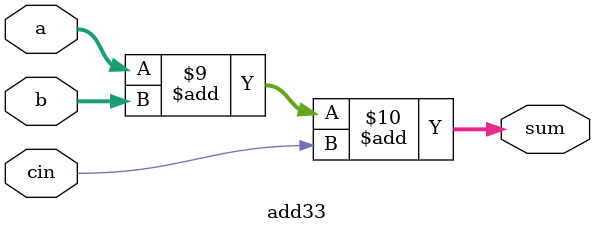
<source format=sv>
`timescale 1ns / 1ps



module dynamic_fpu( 
        input clk,
        input [47:0] a_in,
        input [47:0] b_in,
        input [47:0] c_in,
        input [1:0] mode,
        output reg [47:0] result_out,
        output reg [2:0] over,
        output reg [2:0] under
    );

 
   logic [47:0] a_inr;
   logic [47:0] b_inr;
   logic [47:0] c_inr;
   logic [1:0] mode_r;
   
   always @(posedge clk) begin 
   
   a_inr <=a_in;
   b_inr <= b_in;
   c_inr <= c_in;
   mode_r <= mode;
   
   
   
   end 
    
    // first stage 
    logic [23:0] ma;
    logic [23:0] mb;    
    logic [23:0] mc;
    logic [23:0] e_a;
    logic [23:0] e_b;
    logic [23:0] e_c;
    logic [2:0] s_a;
    logic [2:0] s_b;
    logic [2:0] s_c;
    logic [23:0] mar; 
    logic [23:0] mbr;
    logic [23:0] mcr;
    logic [23:0] e_ar;
    logic [23:0] e_br;
    logic [23:0] e_cr;
    logic [2:0] s_ar;
    logic [2:0] s_br;
    logic [2:0] s_cr;
    //logic [1:0] mode_r1;
    
    // input processing block 
     (*DONT_TOUCH = "YES"*)inpprocessing ip(
       . a_in(a_inr),
       . b_in(b_inr),
       . c_in(c_inr),
       . mode(mode_r),
       . ma(ma), 
       . mb(mb),
       . mc(mc),
       . e_a(e_a),
       . e_b(e_b),
       . e_c(e_c),
       . s_a(s_a),
       . s_b(s_b),
       . s_c(s_c)
       );
     
     /*  
       always @(posedge clk) begin 
       
       mar <= ma;    
       mbr <= mb;    
       mcr <= mc;    
       e_ar <= e_a;
       e_br <= e_b;
       e_cr <= e_c;
       s_ar <= s_a;
       s_br <= s_b;
       s_cr <= s_c;
       mode_r1 <= mode;
       
       end
       */
       
       // second stage variables and blocks 
       logic [47:0] mult_signi;
       logic [26:0] em;
       logic [2:0] sm;
       logic [47:0] mult_signir;
       logic [26:0] emr;
       logic [2:0] smr;
       logic [1:0] mode_r2;
       logic [2:0] s_cr2;
       logic [23:0] e_cr2;
       logic [23:0] mcr2;
       
       

      // multiplier 
       multi #(24) mul(
         .a(ma),
         .b(mb),
         .mo(mode_r),
         .out(mult_signi) // significand multipication result
       );
       
       // exponent addition 
       expo_add exp_addition(
        .e_a(e_a),
        .e_b(e_b),
        .s_a(s_a),
        .s_b(s_b),
        .mode(mode_r),
        .s_m(sm),
        .e_out(em)
       
       );
     
       
       always @(posedge clk) begin 
       emr<= em;
       smr<=sm;
       mult_signir <= mult_signi;
       mode_r2 <= mode_r;
       s_cr2 <= s_c; // buffering the data for next stage 
       e_cr2 <= e_c;
       mcr2  <= mc;
       
       end
       
       // third stage of pipeline
       
       logic [26:0] nemo; // normalised exponent 
       logic [47:0] nsigni; // normalised signigicand
       logic [26:0] nemor;
       logic [47:0] nsignir;
       logic [1:0] mode_r3;
       
       // adder/ sub input/outputs  
       logic [71:0] sig_a;
       logic [71:0] sig_b; // inputs to adder 
       logic [23:0] fexp_a;
       logic [2:0] final_sign;
       logic [2:0] of;
       //logic [2:0] uf;
       
       logic [71:0] sig_ar;
       logic [71:0] sig_br; // inputs to adder 
       logic [23:0] fexp_ar;
       logic [2:0] final_signr;
       logic [2:0] ofr;
       logic [2:0] sub_i;
       assign sub_i = s_cr2 ^ smr;
       logic [2:0] sub_ir;
       
       
       
         norma_mul normalization_multiplier(
                         .data(mult_signir),
                         .mode(mode_r2),
                         .e_m(emr), // so that it can accomodate 3 bf exponents
                         .e_m_o(nemo), // output exponent
                         .data_o(nsigni)
                        );
                        
         align alligner(
                         .exc(e_cr2), // exponent of c 
                         .exm(nemo), // exponent after multiplication 
                         .mm(nsigni), // multiplication output 
                         .mc(mcr2), // third input output 
                         .s_c(s_cr2), // sign  of c 
                         .s_m(smr), // sign after multiplication 
                         .mode(mode_r2),
                         .a(sig_a),
                         .b(sig_b),
                         .fe(fexp_a), // final exponent
                         .fs(final_sign), // final sign 
                         .over(of) // overflow 
                         //.uf(uf) // underflow  
                       );
                        
         always @(posedge clk) begin 
        // nsignir<= nsigni;
         //nemor   <= nemo;
          sig_ar           <= sig_a; // significand 
          sig_br           <= sig_b; 
          fexp_ar          <= fexp_a; // final exponent after comparing the ec and em 
          final_signr      <= final_sign;
          ofr              <= of;
          mode_r3          <= mode_r2;
         // ufr              <= uf;
         sub_ir            <= sub_i;
         
         
         
         end
        // fourth pipeline stage 
        
        logic [74:0] add_data;
        logic [71:0] sub_data;
        
        logic [74:0] add_datar;
        logic [71:0] sub_datar;
       // logic [2:0] sub_i;
        logic [1:0] mode_r4;
        
        logic [2:0]final_sign_4r;
        logic [2:0]ofr_4;
        
        logic [1:0] mode_r4b;
        
        logic [2:0]final_sign_4rb;
        logic [2:0]ofr_4b;
        logic [23:0] fexp_arb;
        
       
      //  reg [74:0] add_datar;
        //reg [71:0] sub_datar;
         adder addsub_multi(
                       .a_in(sig_ar),
                       .b_in(sig_br),
                       .mode(mode_r3),
                       .sub(sub_ir),
                       .add_data(add_data), // 75 bits 
                       .sub_data(sub_data) // 72 bits 
       );
       
       always @(posedge clk) begin 
       final_sign_4rb <= final_signr;
       ofr_4b         <= ofr;
       fexp_arb       <= fexp_ar;
       mode_r4b       <= mode_r3;
       add_datar      <= add_data;
       sub_datar      <= sub_data;
       
       
       
       end
       
       
       
       logic [71:0] ndaa; // normalized data afte addition 
       logic [26:0] neaa; // normalized exp after addition 
       logic [71:0] ndas; // normalized data afte subtraction 
       logic [26:0] neas; // normalized exp after subtraction 
       
       logic [14:0] shamt_l;
       
       
       
       // normalization block after addition 
       norma_add normalize(
                         .data(add_datar),
                         .mode(mode_r4b),
                         .e_m(fexp_arb), // this is coming from exponent alligner block 
                         .e_m_o(neaa), // output exponent of addition
                         .data_o(ndaa) // output
       
           );
        
        //-------------------------------block for leading zero counter 
        lzd leading_zero(
                            .data(sub_datar),
                            .mode(mode_r4b),
                            .count(shamt_l) // output
        );
        
        left_shift normalize_sub(
                            .data(sub_datar),
                            .exp(fexp_arb),
                            .mode(mode_r4b),
                            .count(shamt_l),
                            .expo(neas), // output
                            .datao(ndas) // output
            );
            logic [71:0] round_inp;
            logic [26:0] fexp_i; 
            reg  [71:0] round_inpr;
            reg  [26:0] fexp_ir; // intermediate final exponent

// this module is to select data and pass to next rounding block 
             data_sel data_logic(
               .ndaa(ndaa),
               .ndas(ndas),
               .neaa(neaa),
               .neas(neas),
               .mode(mode_r4b),
               .sign_i(sub_ir),
               .round_data(round_inp), // 72 bits data output for rounder 
               .fexp(fexp_i)                 // 27 bits final expo
);

         always @(posedge clk) begin 
         
                round_inpr <= round_inp;
                fexp_ir    <= fexp_i;
                mode_r4    <= mode_r4b;
                final_sign_4r <= final_sign_4rb;
                ofr_4 <= ofr_4b;
         
         
         end
         
         // fifth pipeline stage 
        
        logic [26:0] r_data; 
        logic [22:0] f_m; // final mantissa after rounding 
        logic [23:0] f_e; // final exponent
        
        
        round rounder(
                    .data(round_inpr), // 72 bits data to round
                    .mo(mode_r4),   // mode 
                    .r_data(r_data) // round data output 27 bits 27 bits is choosen to accomodate 9*3 bits round data for bf 
        );
        
        logic [2:0] uf_norm; // output of final norm block 
        logic [2:0] ov_norm; // output of final norm block 
        
        // final normalisation after rounding 
         norm_final final_norma(
                         .data(r_data), // rounding data 
                         .exp(fexp_ir), 
                         .mode(mode_r4),
                         .f_m(f_m), // final mantissa output reg[22:0]
                         .f_e(f_e),   //output reg [23:0]
                         .uf(uf_norm),
                         .ov(ov_norm)
        
        );

        
        logic [2:0] over_f;
        logic [2:0] under_f;
        logic [47:0] final_out;
        
         outprocess out_processing(
                 .fm(f_m), // final mantissa 
                 .fe(f_e), // final exponent
                 .fs(final_sign_4r), // final sign 
                 .ov1(ofr_4), //overflow due to multiplication 
                 .ov2(ov_norm), // overflow due to addition 
                 .uf(uf_norm),
                 .mode(mode_r4),
                 .over(over_f),
                 .under(under_f),
                 .final_out(final_out)
       );
       
       always @(posedge clk) begin 
       
       over       <= over_f;
       under      <= under_f;
       result_out <= final_out;
       
       
       end
        
     
        

       
      
        
       
endmodule

module inpprocessing(
    input [47:0] a_in,
    input [47:0] b_in,
    input [47:0] c_in,
    input [1:0]  mode,
    output reg [23:0] ma, // mantissa of a 
    output reg [23:0] mb,
    output reg [23:0] mc,
    output reg [23:0] e_a,
    output reg [23:0] e_b,
    output reg [23:0] e_c,
    output reg [2:0] s_a,
    output reg [2:0] s_b,
    output reg [2:0] s_c

);

// variables for mantissa 
logic [23:0] am_sp;
logic [23:0] bm_sp;
logic [23:0] cm_sp;

logic [7:0] am_bf[2:0];
logic [7:0] bm_bf[2:0];
logic [7:0] cm_bf[2:0];

logic [11:0] am_hp[1:0]; // 12 bit for making it compatible with multiplier
logic [11:0] bm_hp[1:0];
logic [11:0] cm_hp[1:0];

logic [11:0] am_tf[1:0];
logic [11:0] bm_tf[1:0];
logic [11:0] cm_tf[1:0];

// variables for exponent

logic [7:0] ae_sp;
logic [7:0] be_sp;
logic [7:0] ce_sp;

logic [7:0] ae_bf[2:0];
logic [7:0] be_bf[2:0];
logic [7:0] ce_bf[2:0];

logic [7:0] ae_hp[1:0]; 
logic [7:0] be_hp[1:0];
logic [7:0] ce_hp[1:0];

logic [7:0] ae_tf[1:0];
logic [7:0] be_tf[1:0];
logic [7:0] ce_tf[1:0];

// variables for sign 

logic  sa_sp;
logic  sb_sp;
logic  sc_sp;

logic  sa_bf[2:0];
logic  sb_bf[2:0];
logic  sc_bf[2:0];

logic  sa_hp[1:0]; 
logic  sb_hp[1:0];
logic  sc_hp[1:0];

logic  sa_tf[1:0];
logic  sb_tf[1:0];
logic  sc_tf[1:0];

// unpacing the mantissas and preappending 1 to msb
assign am_sp = {1'b1,a_in[22:0]}; // preappending the hidden 1 bit to msb
assign bm_sp = {1'b1,b_in[22:0]};
assign cm_sp = {1'b1,c_in[22:0]};

assign am_bf[0] = {1'b1,a_in[6:0]};
assign bm_bf[0] = {1'b1,b_in[6:0]};
assign cm_bf[0] = {1'b1,c_in[6:0]};

assign am_bf[1] = {1'b1,a_in[22:16]};
assign bm_bf[1] = {1'b1,b_in[22:16]};
assign cm_bf[1] = {1'b1,c_in[22:16]};

assign am_bf[2] = {1'b1,a_in[38:32]};
assign bm_bf[2] = {1'b1,b_in[38:32]};
assign cm_bf[2] = {1'b1,c_in[38:32]};

assign am_hp[0] = {1'b0,1'b1,a_in[9:0]};
assign bm_hp[0] = {1'b0,1'b1,b_in[9:0]};
assign cm_hp[0] = {1'b0,1'b1,c_in[9:0]};

assign am_hp[1] = {1'b0,1'b1,a_in[25:16]};
assign bm_hp[1] = {1'b0,1'b1,b_in[25:16]};
assign cm_hp[1] = {1'b0,1'b1,c_in[25:16]};

assign am_tf[0] = {1'b0,1'b1,a_in[9:0]};
assign bm_tf[0] = {1'b0,1'b1,b_in[9:0]};
assign cm_tf[0] = {1'b0,1'b1,c_in[9:0]};

assign am_tf[1] = {1'b0,1'b1,a_in[28:19]};
assign bm_tf[1] = {1'b0,1'b1,b_in[28:19]};
assign cm_tf[1] = {1'b0,1'b1,c_in[28:19]};

// assigning exponents 
assign ae_sp = {a_in[30:23]}; 
assign be_sp = {b_in[30:23]};
assign ce_sp = {c_in[30:23]};

assign ae_bf[0] = {a_in[14:7]};
assign be_bf[0] = {b_in[14:7]};
assign ce_bf[0] = {c_in[14:7]};

assign ae_bf[1] = {a_in[30:23]};
assign be_bf[1] = {b_in[30:23]};
assign ce_bf[1] = {c_in[30:23]};

assign ae_bf[2] = {a_in[46:39]};
assign be_bf[2] = {b_in[46:39]};
assign ce_bf[2] = {c_in[46:39]};

assign ae_hp[0] = {3'b000,a_in[14:10]}; // padding 0 to make it compatable with exponent addition
assign be_hp[0] = {3'b000,b_in[14:10]};
assign ce_hp[0] = {3'b000,c_in[14:10]};

assign ae_hp[1] = {1'b000,a_in[30:26]};
assign be_hp[1] = {1'b000,b_in[30:26]};
assign ce_hp[1] = {1'b000,c_in[30:26]};

assign ae_tf[0] = {a_in[17:10]};
assign be_tf[0] = {b_in[17:10]};
assign ce_tf[0] = {c_in[17:10]};

assign ae_tf[1] = {a_in[36:29]};
assign be_tf[1] = {b_in[36:29]};
assign ce_tf[1] = {c_in[36:29]};

// assign signs 

assign  sa_sp = a_in[31];
assign  sb_sp = b_in[31];
assign  sc_sp = c_in[31];

assign  sa_bf[0] = a_in[15];
assign  sb_bf[0] = b_in[15];
assign  sc_bf[0] = c_in[15];

assign  sa_bf[1] = a_in[31];
assign  sb_bf[1] = b_in[31];
assign  sc_bf[1] = c_in[31];

assign  sa_bf[2] = a_in[47];
assign  sb_bf[2] = b_in[47];
assign  sc_bf[2] = c_in[47];

assign  sa_hp[0] = a_in[15]; 
assign  sb_hp[0] = b_in[15];
assign  sc_hp[0] = c_in[15];

assign  sa_hp[1] = a_in[31]; 
assign  sb_hp[1] = b_in[31];
assign  sc_hp[1] = c_in[31];

assign  sa_tf[0] = a_in[18];
assign  sb_tf[0] = b_in[18];
assign  sc_tf[0] = c_in[18];

assign  sa_tf[1] = a_in[37];
assign  sb_tf[1] = b_in[37];
assign  sc_tf[1] = c_in[37];

always @(*) begin

    case (mode) 

    2'b00: begin
        ma <= {am_bf[2],am_bf[1],am_bf[0]};
        mb <= {bm_bf[2],bm_bf[1],bm_bf[0]};
        mc <= {cm_bf[2],cm_bf[1],cm_bf[0]};
    end
    2'b01: begin
        ma <= {am_hp[1],am_hp[0]};
        mb <= {bm_hp[1],bm_hp[0]};
        mc <= {cm_hp[1],cm_hp[0]};
        
    end

    2'b10: begin
        ma <= {am_tf[1],am_tf[0]};
        mb <= {bm_tf[1],bm_tf[0]};
        mc <= {cm_tf[1],cm_tf[0]}; 

    end

    2'b11: begin 
        ma <= am_sp;
        mb <= bm_sp;
        mc <= cm_sp; 

    end
    endcase

end

always @(*) begin

    case (mode) 

    2'b00: begin
        e_a <= {ae_bf[2],ae_bf[1],ae_bf[0]};
        e_b <= {be_bf[2],be_bf[1],be_bf[0]};
        e_c <= {ce_bf[2],ce_bf[1],ce_bf[0]};
        

    end
    2'b01: begin
        e_a <= {8'b0,ae_hp[1],ae_hp[0]}; 
        e_b <= {8'b0,be_hp[1],be_hp[0]};
        e_c <= {8'b0,ce_hp[1],ce_hp[0]};
        
    end

    2'b10: begin 
        e_a <= {8'b0,ae_tf[1],ae_tf[0]};
        e_b <= {8'b0,be_tf[1],be_tf[0]};
        e_c <= {8'b0,ce_tf[1],ce_tf[0]};

    end

    2'b11: begin 
        e_a <= {16'b0,ae_sp};
        e_b <= {16'b0,be_sp};
        e_c <= {16'b0,ce_sp};

    end
    endcase

end

always @(*) begin

    case (mode) 

    2'b00: begin
        s_a <= {sa_bf[2],sa_bf[1],sa_bf[0]};
        s_b <= {sb_bf[2],sb_bf[1],sb_bf[0]};
        s_c <= {sc_bf[2],sc_bf[1],sc_bf[0]};
        

    end
    2'b01: begin
        s_a <= {1'b0,sa_hp[1],sa_hp[0]};
        s_b <= {1'b0,sb_hp[1],sb_hp[0]};
        s_c <= {1'b0,sc_hp[1],sc_hp[0]};
        
    end

    2'b10: begin 
        s_a <= {1'b0,sa_tf[1],sa_tf[0]};
        s_b <= {1'b0,sb_tf[1],sb_tf[0]};
        s_c <= {1'b0,sc_tf[1],sc_tf[0]};

    end

    2'b11: begin 
        s_a <= {2'b0,sa_sp};
        s_b <= {2'b0,sb_sp};
        s_c <= {2'b0,sc_sp};

    end
    endcase

end


endmodule
module left_shift(
    input [71:0] data,
    input [23:0] exp, // this is output of alligner module 
    input [1:0] mode,
    input [14:0] count,
    output reg[26:0] expo,
    output reg[71:0] datao
);


   // variables for multiplied mantissa 
logic [32:0] tmm_hp[1:0];
logic [23:0] tmm_bf[2:0];
logic [71:0] tmm_sp; // difference  is of 72 bits 

// after the extention to accomodate the right shift 
logic [32:0] nmm_hp[1:0];
logic [23:0] nmm_bf[2:0];
logic [71:0] nmm_sp;

// variables for exponent 
logic [5:0] emm_hp[1:0];
logic [8:0] emm_bf[2:0];
logic [8:0] emm_sp;
logic [4:0] em_hp[1:0];
logic [7:0] em_bf[2:0];
logic [7:0] em_sp;

logic [6:0] count_sp; // count value for single precision
logic [5:0] count_hp [1:0]; // count value for hp and tf 
logic [4:0] count_bf [2:0]; // count value for bf


// assigning values for hp and tf mode 
assign tmm_hp[0] = data[32:0];
assign tmm_hp[1] = data[65:33];

// assigning values for bfloat mode 
assign tmm_bf[0] = data[23:0];
assign tmm_bf[1] = data[47:24];
assign tmm_bf[2] = data[71:48];

// assigning value for sp 
assign tmm_sp = data[71:0];

// unpacking the exponents 

assign em_hp[0] = exp[4:0];
assign em_hp[1] = exp[12:8];

assign em_bf[0] = exp[7:0];
assign em_bf[1] = exp[15:8];
assign em_bf[2] = exp[23:16];

assign em_sp = exp[7:0];

assign count_sp = count[6:0];
assign count_bf[0] = count[4:0];
assign count_bf[1] = count[9:5];
assign count_bf[2] = count[14:10];

assign count_hp[0] = count[5:0];
assign count_hp[1] = count[11:6];

always @(*) begin 

    case(mode) 

    2'b00: begin // bf 
        nmm_bf[0] = tmm_bf[0]<<count_bf[0];
        emm_bf[0] = (em_bf[0]>count_bf[0])? (em_bf[0]-count_bf[0]): 9'b0;
        nmm_bf[1] = tmm_bf[1]<<count_bf[1];
        emm_bf[1] = (em_bf[1]>count_bf[1])? (em_bf[1]-count_bf[1]): 9'b0;
        nmm_bf[2] = tmm_bf[2]<<count_bf[2];
        emm_bf[2] = (em_bf[2]>count_bf[2])? (em_bf[2]-count_bf[2]): 9'b0;

        expo = {emm_bf[2],emm_bf[1],emm_bf[0]};
        datao = {nmm_bf[2],nmm_bf[1],nmm_bf[0]};


    end
    2'b01: begin // hp
        
        nmm_hp[0] = tmm_hp[0] << count_hp[0];
        emm_hp[0] = (em_hp[0]>count_hp[0])? (em_hp[0]-count_hp[0]): 6'b0; 
        nmm_hp[1] = tmm_hp[1] << count_hp[1];
        emm_hp[1] = (em_hp[1]>count_hp[1])? (em_hp[1]-count_hp[1]): 6'b0; 

        expo = {15'b0,emm_hp[1],emm_hp[0]};
        datao = {{6{1'b0}},nmm_hp[1],nmm_hp[0]};


    end
    2'b10: begin // hp
        
        nmm_hp[0] = tmm_hp[0] << count_hp[0];
        emm_bf[0] = (em_bf[0]>count_hp[0])? (em_bf[0]-count_hp[0]): 9'b0; 
        nmm_hp[1] = tmm_hp[1] << count_hp[1];
        emm_bf[1] = (em_bf[1]>count_hp[1])? (em_bf[1]-count_hp[1]): 9'b0; 

        expo = {{9{1'b0}},emm_bf[1],emm_bf[0]};
        datao = {{6{1'b0}},nmm_hp[1],nmm_hp[0]};


    end
    2'b11 : begin // sp 
        nmm_sp = tmm_sp << count_sp;
        emm_sp = (em_sp > count_sp)? (em_sp - count_sp) : 8'b0;

        expo = {{18{1'b0}},emm_sp};
        datao = {{24{1'b0}},nmm_sp};


    end 
    endcase



end

endmodule



//??? pad a 0 to for the tf and hp case because we need to multiply the 11 bits 

//+++++++++++++++++++++++++++++++++++++++++++++++++//
// Mode --> 00: BF16, 01: HP.10:TF, 11:SP///
//------------------------------------------------=//
// I need to pad a zero if the mode is hp or tf since it is 11 bits only;  
module multi #(parameter I_WIDTH=24)(
        input [I_WIDTH-1:0] a,b,
        input [1:0] mo, // mode of operation
        //input clk,
        output reg [2*I_WIDTH-1:0] out 
    

    );
    
    
    // now i will take 8 bit input and split into two 4 bit and perform multiplication on that and at last i will combine 
    logic [3:0] a_i [5:0];
    logic [3:0] b_i [5:0];
    logic [47:0] pp [5:0][5:0]; // since maximum of 24 bit multiplication we are supporting pipeline reg reg 
    //logic [47:0] ipp [5:0][5:0]; // since maximum of 24 bit multiplication we are supporting 

    // three registers for the BF16
    logic [15:0] out_bf [2:0];
    // two registers  for HP a
    logic [23:0] out_hp[1:0];
    
    reg [47:0] part0, part1, part2, part3, part4, part5;

    // two registers for TF32
   // logic [23:0] out_tf[1:0];
    
    //logic [47:0] out_inter[3:0]; //  output for intermediate values 
        


    genvar k;
    generate 
        for(k=0;k<6;k=k+1) begin 
            assign a_i[k] = a[4*k+:4];
            assign b_i[k] = b[4*k+:4];

        end


    endgenerate 

 
     
    
    // lets perform multiplication on that and accumulate the result 
    
    // for getting partial products
//    mult_4b mul0(a_i[0],b_i[0],pp[0]);
//    mult_4b mul1(a_i[0],b_i[1],pp[1]);
//    mult_4b mul2(a_i[1],b_i[0],pp[2]);
//    mult_4b mul3(a_i[1],b_i[1],pp[3]);
    genvar i,j;
    generate 
        for(i=0;i<6;i++) begin
            for(j=0;j<6;j++) begin 

            mult_4b mul0(.a(b_i[i]),.b(a_i[j]),.c(pp[i][j]));

            end

        end
    endgenerate
//    generate 

//    for(i=0;i<6;i++) begin
//        for(j=0;j<6;j++) begin 
//            always @(posedge clk)
//            pp[i][j] <= ipp[i][j] ;


//        end
//    end


//    endgenerate

    
    always @(*) begin 
    // now we have arranged the result so we will sum the partial products
    // left shifting by (i+j)*4 since 4 is the length of unit multiplier
    case(mo)
    2'b00: begin // BF-16
         out_hp[1] <= 'b0; out_hp[0] <= 'b0;
         out_bf[0] <= pp[0][0]+(pp[0][1]<<4)+(pp[1][0]<<4)+(pp[1][1]<<8);
         out_bf[1] <= pp[2][2]+(pp[2][3]<<4)+(pp[3][2]<<4)+(pp[3][3]<<8);
         out_bf[2] <= pp[4][4]+(pp[4][5]<<4)+(pp[5][4]<<4)+(pp[5][5]<<8);
         

         end 
    2'b01: begin // HP
         out_bf[0] <= 'b0; out_bf[1] <= 'b0; out_bf[2] <= 'b0;
         out_hp[0] <= pp[0][0]+(pp[0][1]<<4)+(pp[0][2]<<8)+(pp[1][0]<<4)+(pp[1][1]<<8)+(pp[1][2]<<12)+(pp[2][0]<<8)+(pp[2][1]<<12)+(pp[2][2]<<16);
         out_hp[1] <= pp[3][3]+(pp[3][4]<<4)+(pp[3][5]<<8)+(pp[4][3]<<4)+(pp[4][4]<<8)+(pp[4][5]<<12)+(pp[5][3]<<8)+(pp[5][4]<<12)+(pp[5][5]<<16); 
         

        
        end 
    2'b10: begin 
        out_bf[0] <= 'b0; out_bf[1] <= 'b0; out_bf[2] <= 'b0;
        out_hp[0] <= pp[0][0]+(pp[0][1]<<4)+(pp[0][2]<<8)+(pp[1][0]<<4)+(pp[1][1]<<8)+(pp[1][2]<<12)+(pp[2][0]<<8)+(pp[2][1]<<12)+(pp[2][2]<<16);
        out_hp[1] <= pp[3][3]+(pp[3][4]<<4)+(pp[3][5]<<8)+(pp[4][3]<<4)+(pp[4][4]<<8)+(pp[4][5]<<12)+(pp[5][3]<<8)+(pp[5][4]<<12)+(pp[5][5]<<16); 
        
    
    end //TF32
    2'b11: begin
      out_bf[0] <= 'b0; out_bf[1] <= 'b0; out_bf[2] <= 'b0; out_hp[1] <= 'b0; out_hp[0] <= 'b0; 
      //  out = pp[0][0]+(pp[0][1]<<4)+(pp[0][2]<<8)+(pp[0][3]<<12)+(pp[0][4]<<16)+(pp[0][5]<<20)+(pp[1][0]<<4)+(pp[1][1]<<8)+(pp[1][2]<<12)+(pp[1][3]<<16)+(pp[1][4]<<20)+(pp[1][5]<<24)+(pp[2][0]<<8)+(pp[2][1]<<12)+(pp[2][2]<<16)+(pp[2][3]<<20)+(pp[2][4]<<24)+(pp[2][5]<<28)+(pp[3][0]<<12)+(pp[3][1]<<16)+(pp[3][2]<<20)+(pp[3][3]<<24)+(pp[3][4]<<28)+(pp[3][5]<<32)+(pp[4][0]<<16)+(pp[4][1]<<20)+(pp[4][2]<<24)+(pp[4][3]<<28)+(pp[4][4]<<32)+(pp[4][5]<<36)+(pp[5][0]<<20)+(pp[5][1]<<24)+(pp[5][2]<<28)+(pp[5][3]<<32)+(pp[5][4]<<36)+(pp[5][5]<<40);
      
      
       part0 <= pp[0][0] + (pp[0][1] << 4) + (pp[0][2] << 8) + (pp[0][3] << 12) + (pp[0][4] << 16) + (pp[0][5] << 20);
       part1 <= (pp[1][0] << 4) + (pp[1][1] << 8) + (pp[1][2] << 12) + (pp[1][3] << 16) + (pp[1][4] << 20) + (pp[1][5] << 24);
       part2 <= (pp[2][0] << 8) + (pp[2][1] << 12) + (pp[2][2] << 16) + (pp[2][3] << 20) + (pp[2][4] << 24) + (pp[2][5] << 28);
       part3 <= (pp[3][0] << 12) + (pp[3][1] << 16) + (pp[3][2] << 20) + (pp[3][3] << 24) + (pp[3][4] << 28) + (pp[3][5] << 32);
       part4 <= (pp[4][0] << 16) + (pp[4][1] << 20) + (pp[4][2] << 24) + (pp[4][3] << 28) + (pp[4][4] << 32) + (pp[4][5] << 36);
       part5 <= (pp[5][0] << 20) + (pp[5][1] << 24) + (pp[5][2] << 28) + (pp[5][3] << 32) + (pp[5][4] << 36) + (pp[5][5] << 40);
      
       

         end //sp
    //default: out = 0;
        

    endcase
    end
    
    always @(*) begin 
    
    case (mo)
    
    2'b00: out <= {out_bf[2],out_bf[1],out_bf[0]};
    
    2'b01: out <= {out_hp[1],out_hp[0]};
    
    2'b10: out <= {out_hp[1],out_hp[0]};
    
    2'b11: out <= part0 + part1 + part2 + part3 + part4 + part5;
    
    endcase 
   
    
    end
    
    
endmodule
// 4 bit unit multiplier 
module mult_4b( 
        input [3:0] a,b,
        output [47:0] c
        );
        logic [7:0] d;
        assign d = a*b;
        assign c = {{40{1'b0}},d};
endmodule 


module lzd( input [71:0] data,
            input [1:0] mode,
            output reg  [14:0] count
);

parameter DATA_WIDTH = 3;

logic [2:0] a [23:0];
logic [1:0] co [23:0];
integer p,q,r;
logic fg[23:0];
logic flag[2:0];

logic [6:0] count_sp; // count value for single precision
logic [5:0] count_hp [1:0]; // count value for hp and tf 
logic [4:0] count_bf [2:0]; // count value for bf

genvar i;
generate 
    for(i=0;i<24;i=i+1) begin
        assign a[i] = data[DATA_WIDTH*i +: DATA_WIDTH]; 
    end

endgenerate


genvar j;
generate 
    for(j=0;j<24;j=j+1) begin 

        b_lzd u(.a(a[j]),.count(co[j]),.flag(fg[j]));

    end
endgenerate

always@(*) begin 
 count= 'b0; flag[0] = 'b0;flag[1] = 'b0;flag[2] = 'b0; count_sp = 'b0; count_hp[0]= 'b0; count_hp[1]= 'b0;
 count_bf[0] ='b0;count_bf[1] ='b0;count_bf[2] ='b0;
 case(mode)
 2'b00: begin 
    for (p=7;p>=0;p=p-1) begin
        if(flag[0]==0) begin
        if(fg[p]==0) count_bf[0] = count_bf[0]+co[p];
        else begin 
        
        count_bf[0] = count_bf[0]+co[p];
        flag[0] ='b1;
        
        end // for else
    
    
    end // for  if
    else count_bf[0] = count_bf[0];
    end // for 
    
    for (q=15;q>=8;q=q-1) begin
        if(flag[1]==0) begin
        if(fg[q]==0) count_bf[1] = count_bf[1]+co[q];
        else begin 
        
        count_bf[1] = count_bf[1]+co[q];
        flag[1] ='b1;
        
        end // for else
    
    
    end // for  if
    else count_bf[1] = count_bf[1];
    end // for 
    
    for (r=23;r>=16;r=r-1) begin
        if(flag[2]==0) begin
        if(fg[r]==0) count_bf[2] = count_bf[2]+co[r];
        else begin 
        
        count_bf[2] = count_bf[2]+co[r];
        flag[2] ='b1;
        
        end // for else
    
    
    end // for  if
    else count_bf[2] = count_bf[2];
    end // for 
 
    count = {count_bf[2],count_bf[1],count_bf[0]};
 
 
 end // for case 00
 
  2'b01: begin
 
     for (p=10;p>=0;p=p-1) begin
     if(flag[0]==0) begin
     if(fg[p]==0) count_hp[0] = count_hp[0]+co[p];
     else begin 
     
     count_hp[0] = count_hp[0]+co[p];
     flag[0] ='b1;
     
     end // for else
 
 
 end // for  if
 else count_hp[0] = count_hp[0];
 end // for 

   for (q=21;q>=11;q=q-1) begin
      if(flag[1]==0) begin
      if(fg[q]==0) count_hp[1] = count_hp[1]+co[q];
      else begin 
      
      count_hp[1] = count_hp[1]+co[q];
      flag[1] ='b1;
      
      end // for else
  
  
  end // for  if
  else count_hp[1] = count_hp[1];
  end // for 
  count = {count_hp[1],count_hp[0]};
 
 
 
 end // case 01
 
 2'b10: begin
 
     for (p=10;p>=0;p=p-1) begin
     if(flag[0]==0) begin
     if(fg[p]==0) count_hp[0] = count_hp[0]+co[p];
     else begin 
     
     count_hp[0] = count_hp[0]+co[p];
     flag[0] ='b1;
     
     end // for else
 
 
 end // for  if
 else count_hp[0] = count_hp[0];
 end // for 

   for (q=21;q>=11;q=q-1) begin
      if(flag[1]==0) begin
      if(fg[q]==0) count_hp[1] = count_hp[1]+co[q];
      else begin 
      
      count_hp[1] = count_hp[1]+co[q];
      flag[1] ='b1;
      
      end // for else
  
  
  end // for  if
  else count_hp[1] = count_hp[1];
  end // for 
  count = {count_hp[1],count_hp[0]};
 
 
 
 end // case 10
 2'b11: begin
 
 for (p=23;p>=0;p=p-1) begin 
    if(flag[0]==0) begin
        if(fg[p]==0) count_sp = count_sp+co[p];
        else begin 
        
        count_sp = count_sp+co[p];
        flag[0] ='b1;
        
        end // for else
    
    
    end // for  if
    else count_sp = count_sp;
    
 
 
    end // end of for loop 
    count = count_sp;
    end // end of 11 case
    
    default: count = 'b0;
    
    
 endcase   
 end // end for always
 
     


endmodule

module b_lzd(  
    input [2:0] a,
    output flag,
    output [1:0] count

            
);
    assign count = a[2]?2'd0:(a[1]?2'd1:(a[0]?2'd2:2'd3));
    assign flag = |a; // if this signal is zero that means it will not have any 1's in it


endmodule



//+++++++++++++++++++++++++++++++++++++++++++++++++//
// Mode --> 00: BF16, 01: HP.10:TF, 11:SP///
//------------------------------------------------=//
module norma_add(input [74:0] data,
                 input [1:0] mode,
                 input [23:0] e_m, // so that it can accomodate 3 bf exponents
                 output reg [26:0] e_m_o, // output exponent
                 output reg [71:0] data_o

    );
    // variables for multiplied mantissa 
    logic [33:0] tmm_hp[1:0];
    logic [24:0] tmm_bf[2:0];
    logic [72:0] tmm_sp; // sum is of 73 bits 
    // after the extention to accomodate the right shift 
    logic [32:0] nmm_hp[1:0];
    logic [23:0] nmm_bf[2:0];
    logic [71:0] nmm_sp;
    
    // variables for exponent 
    logic [5:0] emm_hp[1:0];
    logic [8:0] emm_bf[2:0];
    logic [8:0] emm_sp;
    logic [4:0] em_hp[1:0];
    logic [7:0] em_bf[2:0];
    logic [7:0] em_sp;
    
    
    
    // assigning values for hp and tf mode 
    assign tmm_hp[0] = data[33:0];
    assign tmm_hp[1] = data[67:34];
    
    // assigning values for bfloat mode 
    assign tmm_bf[0] = data[24:0];
    assign tmm_bf[1] = data[49:25];
    assign tmm_bf[2] = data[74:50];
    
    // assigning value for sp 
    assign tmm_sp = data[72:0];
    
    // unpacking the exponents 
    
    assign em_hp[0] = e_m[4:0];
    assign em_hp[1] = e_m[12:8];
    
    assign em_bf[0] = e_m[7:0];
    assign em_bf[1] = e_m[15:8];
    assign em_bf[2] = e_m[23:16];
    
    assign em_sp = e_m[7:0];
    
    always @(*) begin 
     emm_sp = 'b0; emm_hp[0] = 'b0; emm_hp[1]='b0; emm_bf[0]='b0;emm_bf[1]='b0;emm_bf[2]='b0;
    
    case(mode)
    2'b00: begin 
    
    if(tmm_bf[0][24]) begin 
        emm_bf[0] = em_bf[0]+'b1;
        nmm_bf[0] = tmm_bf[0][24:1];
    end
    else begin 
        emm_bf[0] = em_bf[0];
        nmm_bf[0] = tmm_bf[0][23:0];
    end
    
     if(tmm_bf[1][24]) begin 
        emm_bf[1] = em_bf[1]+'b1;
        nmm_bf[1] = tmm_bf[1][24:1];
    end
    else begin 
        emm_bf[1] = em_bf[1];
        nmm_bf[1] = tmm_bf[1][23:0];
    end
    
    if(tmm_bf[2][24]) begin 
        emm_bf[2] = em_bf[2]+'b1;
        nmm_bf[2] = tmm_bf[2][24:1];
    end
    else begin 
        emm_bf[2] = em_bf[2];
        nmm_bf[2] = tmm_bf[2][23:0];
    end
    
    data_o = {nmm_bf[2],nmm_bf[1],nmm_bf[0]};
    e_m_o = {emm_bf[2],emm_bf[1],emm_bf[0]};
    
    end// case 00
    2'b01: begin 
    if(tmm_hp[0][33]) begin 
        emm_hp[0] = em_hp[0]+'b1;
        nmm_hp[0] = tmm_hp[0][33:1];
    end
    else begin 
        emm_hp[0] = em_hp[0];
        nmm_hp[0] = tmm_hp[0][32:0];
    end
    
    if(tmm_hp[1][33]) begin 
        emm_hp[1] = em_hp[1]+'b1;
        nmm_hp[1] = tmm_hp[1][33:1];
    end
    else begin 
        emm_hp[1] = em_hp[1];
        nmm_hp[1] = tmm_hp[1][32:0];
    end
    
    data_o = {6'b0,nmm_hp[1],nmm_hp[0]};
    e_m_o = {15'b0,emm_hp[1],emm_hp[0]};
    
    
    
    
    end// case 01
    2'b10: begin 
    
   if(tmm_hp[0][33]) begin 
         emm_bf[0] = em_bf[0]+'b1;
         nmm_hp[0] = tmm_hp[0][33:1];
     end
     else begin 
         emm_bf[0] = em_bf[0];
         nmm_hp[0] = tmm_hp[0][32:0];
     end
     
     if(tmm_hp[1][33]) begin 
         emm_bf[1] = em_bf[1]+'b1;
         nmm_hp[1] = tmm_hp[1][33:1];
     end
     else begin 
         emm_bf[1] = em_bf[1];
         nmm_hp[1] = tmm_hp[1][32:0];
     end
     
     data_o = {6'b0,nmm_hp[1],nmm_hp[0]};
     e_m_o = {15'b0,emm_bf[1],emm_bf[0]};
    
    
    
    end// case 10
    
    2'b11: begin 
    if(tmm_sp[72]) begin 
         emm_sp = em_sp+'b1;
         nmm_sp = tmm_sp[72:1];
     end
     else begin 
         emm_sp = em_sp;
         nmm_sp = tmm_sp[71:0];
     end
     data_o = nmm_sp;
     e_m_o = {18'b0,emm_sp};
 
    end// case 11

    
    
    
    endcase
    end // always
    
    
    
    
endmodule




module norm_final(
    input [26:0] data, // rounding data 
    input [26:0] exp, 
    input [1:0] mode,
    output reg[22:0] f_m, // final mantissa 
    output reg [23:0] f_e,
    output reg [2:0] uf, // this under flow flag I will send to final as this stage will determine underflow
    output reg [2:0] ov

);

logic [24:0] m_sp;
logic [8:0] m_bf[2:0];
logic [11:0] m_hp[1:0];

logic [22:0] fm_sp;
logic [6:0] fm_bf[2:0];
logic [9:0] fm_hp[1:0];

logic [8:0] exp9b [2:0]; /// it will accomodate 9 bit exponents
logic [5:0] exp6b [1:0]; 

logic [8:0] fexp9b [2:0]; //come back
logic [5:0] fexp6b [1:0];

 

// assigning the mantissas 
assign  m_sp = data[24:0];
assign m_bf[0]  = data[8:0];
assign m_bf[1] = data[17:9];
assign m_bf[2] = data[26:18];

assign m_hp[0] = data[11:0];
assign m_hp[1] = data[23:12];

// asssigning the exponents
assign exp9b[0] = exp[8:0];
assign exp9b[1] = exp[17:9];
assign exp9b[2] = exp[26:18];

assign exp6b[0] = exp[5:0];
assign exp6b[1] = exp[11:6];

always @(*) begin 

    case(mode)

    2'b00: begin // bfloat16
    fm_sp = 'b0;
    fm_hp[0] = 'b0;
    fm_hp[1] = 'b0;
        if(m_bf[0][8]) begin 

            fexp9b[0] = exp9b[0] +1'b1 ;
            fm_bf[0] = m_bf[0][7:1];

        end
        else begin 
            fexp9b[0] = exp9b[0];
            fm_bf[0] = m_bf[0][6:0];

        end

        if(m_bf[1][8]) begin 

            fexp9b[1] = exp9b[1] +1'b1 ;
            fm_bf[1] = m_bf[1][7:1];

        end
        else begin 
            fexp9b[1] = exp9b[1];
            fm_bf[1] = m_bf[1][6:0];

        end

        if(m_bf[2][8]) begin 

            fexp9b[2] = exp9b[2] +1'b1 ;
            fm_bf[2] = m_bf[2][7:1];

        end
        else begin 
            fexp9b[2] = exp9b[2];
            fm_bf[2] = m_bf[2][6:0];

        end
        end

        2'b01: begin // hp mode 
        fm_sp = 'b0;
        fm_bf[0] = 'b0;
        fm_bf[1] = 'b0;
        fm_bf[2] = 'b0;

            if(m_hp[0][11]) begin 

                fexp6b[0] = exp6b[0] +1'b1;
                fm_hp[0]  = m_hp[0][10:1];
 
            end
            else begin 
                fexp6b[0] = exp6b[0];
                fm_hp[0]  = m_hp[0][9:0];


            end

            if(m_hp[1][11]) begin 

                fexp6b[1] = exp6b[1] +1'b1;
                fm_hp[1]  = m_hp[1][10:1];
 
            end
            else begin 
                fexp6b[1] = exp6b[1];
                fm_hp[1]  = m_hp[1][9:0];


            end


        end

        2'b10: begin // tf mode 
         fm_sp = 'b0;
        fm_bf[0] = 'b0;
        fm_bf[1] = 'b0;
        fm_bf[2] = 'b0;

            if(m_hp[0][11]) begin 

                fexp9b[0] = exp9b[0] +1'b1;
                fm_hp[0]  = m_hp[0][10:1];
 
            end
            else begin 
                fexp9b[0] = exp9b[0];
                fm_hp[0]  = m_hp[0][9:0];


            end

            if(m_hp[1][11]) begin 

                fexp9b[1] = exp9b[1] +1'b1;
                fm_hp[1]  = m_hp[1][10:1];
 
            end
            else begin 
                fexp9b[1] = exp9b[1];
                fm_hp[1]  = m_hp[1][9:0];


            end


        end

        2'b11: begin 
        fm_bf[0] = 'b0;
        fm_bf[1] = 'b0;
        fm_bf[2] = 'b0;
        fm_hp[0] = 'b0;
        fm_hp[1] = 'b0;

            if (m_sp[24]) begin 
                fexp9b[0] = exp9b[0] +1'b1; 
                fm_sp = m_sp[23:1];

            end
            else begin 
                fexp9b[0] = exp9b[0];
                fm_sp = m_sp[22:0];


            end


        end 

    endcase


end

always @(*) begin 

    case(mode) 

    2'b00: begin 
        f_m[22:21] = 2'b0;
        if(fexp9b[0]==0) begin 
            f_e[7:0] = 8'b0;
            f_m[6:0] = 7'b0;
            uf[0] = 1'b1;
            ov[0] = 1'b0;
             
        end

        else if(fexp9b[0]>254)  begin 
            f_e[7:0] = 8'b11111111;
            f_m[6:0] = 7'b0;
            ov[0] = 1'b1;
            uf[0] = 1'b0;
            

        end
        else begin 

            f_e[7:0] = fexp9b[0][7:0];
            f_m[6:0]= fm_bf[0]; 
            uf[0] = 1'b0;
            ov[0] = 1'b0;


        end 
        

        if(fexp9b[1]==0) begin 
            f_e[15:8] = 8'b0;
            f_m[13:7] = 7'b0;
            uf[1] = 1'b1; 
            ov[1] = 1'b0;
        end

        else if(fexp9b[1]>254)  begin 
            f_e[15:8] = 8'b11111111;
            f_m[13:7] = 7'b0;
            ov[1] = 1'b1;
            uf[1] = 1'b0;

        end
        else begin 

            f_e[15:8] = fexp9b[1][7:0];
            f_m[13:7]= fm_bf[1]; 
            uf[1] = 1'b0;
            ov[1] = 1'b0;


        end 

        if(fexp9b[2]==0) begin 
            f_e[23:16] = 8'b0;
            f_m[20:14] = 7'b0;
            uf[2] = 1'b1;
            ov[2] = 1'b0;
        end

        else if(fexp9b[2]>254)  begin 
            f_e[23:16] = 8'b11111111;
            f_m[20:14] = 7'b0;
            ov[2] = 1'b1;
            uf[2] = 1'b0;

        end
        else begin 

            f_e[23:16] = fexp9b[2][7:0];
            f_m[20:14]= fm_bf[2]; 
            uf[2] = 1'b0;
            ov[2] = 1'b0;


        end 

        
    end 
    2'b01 : begin // half precision 
        ov[2] = 1'b0;
        uf[2] = 1'b0;
        f_e[23:10] = 'b0;
        f_m[22:20] =3'b0;
        if(fexp6b[0]==0) begin 
            f_e[4:0] = 5'b0;
            f_m[9:0] = 10'b0;
            uf[0] = 1'b1;
            ov[0] = 1'b0;
        end

        else if(fexp6b[0]>31)  begin 
            f_e[4:0] = 5'b11111;
            f_m[9:0] = 10'b0;
            ov[0] = 1'b1;
            uf[0] = 1'b0;

        end
        else begin 

            f_e[4:0] = fexp6b[0][4:0];
            f_m[9:0]= fm_hp[0]; 
            uf[0] = 1'b0;
            ov[0] = 1'b0;


        end 

        if(fexp6b[1]==0) begin 
            f_e[9:5] = 5'b0;
            f_m[19:10] = 10'b0;
            uf[1] = 1'b1;
            ov[1] = 1'b0;
        end

        else if(fexp6b[1]>31)  begin 
            f_e[9:5] = 5'b11111;
            f_m[19:10] = 10'b0;
            ov[1] = 1'b1;
            uf[1] = 1'b0;

        end
        else begin 

            f_e[9:5] = fexp6b[1][4:0];
            f_m[19:10]= fm_hp[1]; 
            uf[1] = 1'b0;
            ov[1] = 1'b0;


        end 


    end
    2'b10: begin 
        ov[2] = 1'b0;
        uf[2] = 1'b0;
        f_e[23:16] = 'b0;
        f_m[22:20] =3'b0;
        if(fexp9b[0]==0) begin 
            f_e[7:0] = 8'b0;
            f_m[9:0] = 10'b0;
            uf[0] = 1'b1;
            ov[0] = 1'b0;
        end

        else if(fexp9b[0]>254)  begin 
            f_e[7:0] = 8'b11111111;
            f_m[9:0] = 10'b0;
            ov[0] = 1'b1;
            uf[0] = 1'b0;

        end
        else begin 

            f_e[7:0] = fexp9b[0][7:0];
            f_m[9:0]= fm_hp[0]; 
            uf[0] = 1'b0;
            ov[0] = 1'b0;


        end 

        if(fexp9b[1]==0) begin 
            f_e[15:8] = 8'b0;
            f_m[19:10] = 10'b0;
            uf[1] = 1'b1;
            ov[1] = 1'b0;
        end

        else if(fexp9b[1]>254)  begin 
            f_e[15:8] = 8'b11111111;
            f_m[19:10] = 10'b0;
            ov[1] = 1'b1;
            uf[1] = 1'b0;

        end
        else begin 

            f_e[15:8] = fexp9b[1][7:0];
            f_m[19:10]= fm_hp[1]; 
            uf[1] = 1'b0;
            ov[1] = 1'b0;


        end 

    end

    2'b11: begin 

        ov[1] = 1'b0;ov[2] = 1'b0;
        uf[1] = 1'b0; uf[2] = 1'b0;
        f_e[23:8] = 'b0;
        if(fexp9b[0]==0) begin 
            f_e[7:0] = 8'b0;
            f_m = 23'b0;
            uf[0] = 1'b1;
            ov[0] = 1'b0;
        end

        else if(fexp9b[0]>254)  begin 
            f_e[7:0] = 8'b11111111;
            f_m = 23'b0;
            ov[0] = 1'b1;
            uf[0] = 1'b0;

        end
        else begin 

            f_e[7:0] = fexp9b[0][7:0];
            f_m= fm_sp; 
            uf[0] = 1'b0;
            ov[0] = 1'b0;


        end 

    end


    endcase 


end 
endmodule



//+++++++++++++++++++++++++++++++++++++++++++++++++//
// Mode --> 00: BF16, 01: HP.10:TF, 11:SP///
//------------------------------------------------=//
module norma_mul(input [47:0] data,
                 input [1:0] mode,
                 input [26:0] e_m, // so that it can accomodate 3 bf exponents
                 output reg [26:0] e_m_o, // output exponent
                 output reg [47:0] data_o

    );
    // variables for multiplied mantissa 
    logic [21:0] tmm_hp[1:0];
    logic [15:0] tmm_bf[2:0];
    logic [47:0] tmm_sp;
    // after the extention to accomodate the right shift 
    logic [21:0] nmm_hp[1:0];
    logic [15:0] nmm_bf[2:0];
    logic [47:0] nmm_sp;
    
    // variables for exponent 
    logic [5:0] emm_hp[1:0];
    logic [8:0] emm_bf[2:0];
    logic [8:0] emm_sp;
    logic [5:0] em_hp[1:0];
    logic [8:0] em_bf[2:0];
    logic [8:0] em_sp;
    
    
    
    // assigning values for hp and tf mode 
    assign tmm_hp[0] = data[21:0];
    assign tmm_hp[1] = data[45:24];
    
    // assigning values for bfloat mode 
    assign tmm_bf[0] = data[15:0];
    assign tmm_bf[1] = data[31:16];
    assign tmm_bf[2] = data[47:32];
    
    // assigning value for sp 
    assign tmm_sp = data;
    
    // unpacking the exponents 
    
    assign em_hp[0] = e_m[5:0];
    assign em_hp[1] = e_m[14:9];
    
    assign em_bf[0] = e_m[8:0];
    assign em_bf[1] = e_m[17:9];
    assign em_bf[2] = e_m[26:18];
    
    assign em_sp = e_m[8:0];
    
    always @(*) begin 
     emm_sp = 'b0; emm_hp[0] = 'b0; emm_hp[1]='b0; emm_bf[0]='b0;emm_bf[1]='b0;emm_bf[2]='b0;
    
    case(mode)
    2'b00: begin 
    
    if(tmm_bf[0][15]) begin 
        emm_bf[0] = em_bf[0]+'b1;
        nmm_bf[0] = tmm_bf[0];
    end
    else begin 
        emm_bf[0] = em_bf[0];
        nmm_bf[0] = {tmm_bf[0][14:0],1'b0};
    end
    
     if(tmm_bf[1][15]) begin 
        emm_bf[1] = em_bf[1]+'b1;
        nmm_bf[1] = tmm_bf[1];
    end
    else begin 
        emm_bf[1] = em_bf[1];
        nmm_bf[1] = {tmm_bf[1][14:0],1'b0};
    end
    
    if(tmm_bf[2][15]) begin 
        emm_bf[2] = em_bf[2]+'b1;
        nmm_bf[2] = tmm_bf[2];
    end
    else begin 
        emm_bf[2] = em_bf[2];
        nmm_bf[2] = {tmm_bf[2][14:0],1'b0};
    end
    
    data_o = {nmm_bf[2],nmm_bf[1],nmm_bf[1]};
    e_m_o = {emm_bf[2],emm_bf[1],emm_bf[0]};
    
    end// case 00

    2'b01: begin 
    
        if(tmm_hp[0][21]) begin 
            emm_hp[0] = em_hp[0]+'b1;
            nmm_hp[0] = tmm_hp[0];
        end
        else begin 
            emm_hp[0] = em_hp[0];
            nmm_hp[0] = {tmm_hp[0][20:0],1'b0};
        end
        
        if(tmm_hp[1][21]) begin 
            emm_hp[1] = em_hp[1]+'b1;
            nmm_hp[1] = tmm_hp[1];
        end
        else begin 
            emm_hp[1] = em_hp[1];
            nmm_hp[1] = {tmm_hp[1][20:0],1'b0};
        end
        
        data_o = {nmm_hp[1],nmm_hp[0]};
        e_m_o = {emm_hp[1],emm_hp[0]};
    
    
    
    end// case 01
    2'b10: begin 
        if(tmm_hp[0][21]) begin 
            emm_bf[0] = em_bf[0]+'b1;
            nmm_hp[0] = tmm_hp[0];
        end
        else begin 
            emm_bf[0] = em_bf[0];
            nmm_hp[0] = {tmm_hp[0][20:0],1'b0};
        end
        
        if(tmm_hp[1][21]) begin 
            emm_bf[1] = em_bf[1]+'b1;
            nmm_hp[1] = tmm_hp[1];
        end
        else begin 
            emm_bf[1] = em_bf[1];
            nmm_hp[1] = {tmm_hp[1][20:0],1'b0};
        end
        
        data_o = {nmm_hp[1],nmm_hp[0]};
        e_m_o = {emm_bf[1],emm_bf[0]};
        
        
        
        
        end// case 10
    
    2'b11: begin 
    if(tmm_sp[47]) begin 
         emm_sp = em_sp+'b1;
         nmm_sp = tmm_sp;
     end
     else begin 
         emm_sp = em_sp;
         nmm_sp = {tmm_sp[46:0],1'b0};
     end
     data_o = nmm_sp;
     e_m_o = emm_sp;
 
    end// case 11

    
    
    
    endcase
    end // always
    
    
    
    
endmodule
//+++++++++++++++++++++++++++++++++++++++++++++++++//
// Mode --> 00: BF16, 01: HP.10:TF, 11:SP///
//------------------------------------------------=//

module round(
    input [71:0] data,
    //input [26:0] exp,
    input [1:0] mo,
    output reg [26:0] r_data
    //output reg [26:0] exp_out
);
// normalization after rounding I will do outside I will send k1,k2,k3 and then it can generate the rounding ok 

// // these are for exponents 
// logic [8:0] t_e [2:0]; 
// logic [5:0] hp_e [1:0]; // these two are used for when the mode is half precision
// assign t_e[0]  = exp[8:0]; // this is only used when the mode is sp 
// assign t_e[1]  = exp[9:17];
// assign t_e[2]  = exp[18:26];
// assign hp_e[0] = exp[5:0]; 
// assign hp_e[1] = exp[11:6];

 
logic k[2:0];
logic g_s; // guard bit 
logic p_s; // pre guard bit 
logic r_s; //round bit
logic s_s; // sticky bit

//logic k_b[2:0]; signals for bfloat
logic g_b[2:0]; // guard bit 
logic p_b[2:0]; // pre guard bit 
logic r_b[2:0]; //round bit
logic s_b[2:0]; // sticky bit

//logic k_h[1:0];
logic g_h[1:0]; // guard bit 
logic p_h[1:0]; // pre guard bit 
logic r_h[1:0]; //round bit
logic s_h[1:0]; // sticky bit


logic [23:0] bf_sig [2:0];
logic [32:0] hp_sig [1:0]; // this will be used for tfloat and hp16
logic [71:0] sp_sig;

// rounding register
logic [23:0] rr_sp;
logic [7:0] rr_bf [2:0];
logic [10:0] rr_hp [1:0];

logic [24:0] rro_sp;
logic [8:0] rro_bf [2:0];
logic [11:0] rro_hp [1:0];

/// for single precision mode 
assign sp_sig    = data;
// for half precision and tfloat 
assign hp_sig[0] = data[32:0];
assign hp_sig[1] = data[65:33];
// for bfloat as it has 3 operands to round up 
assign bf_sig[0] = data[23:0];
assign bf_sig[1] = data[47:24];
assign bf_sig[2] = data[71:48];

// assign



// now assigning the mantissa to the round regs
assign rr_sp = sp_sig[71:48]; // since signle precision will have 23 bit mantissa
// three bfloats 
assign rr_bf[0] = bf_sig[0][23:16];
assign rr_bf[1] = bf_sig[1][23:16];
assign rr_bf[2] = bf_sig[2][23:16];

// now for tfloat and hp 
assign rr_hp[0] = hp_sig[0][32:22];
assign rr_hp[1] = hp_sig[1][32:22];

// assigning the values of k,g,r,p,s for all the modes 
// single precision mode 
assign g_s = sp_sig[47];
assign p_s = sp_sig[48];
assign r_s = sp_sig[46];
assign s_s = |sp_sig[45:0];
// bfloat mode 
assign g_b[0] = bf_sig[0][15];
assign g_b[1] = bf_sig[1][15];
assign g_b[2] = bf_sig[2][15];

assign p_b[0] = bf_sig[0][16];
assign p_b[1] = bf_sig[1][16];
assign p_b[2] = bf_sig[2][16];

assign r_b[0] = bf_sig[0][14];
assign r_b[1] = bf_sig[1][14];
assign r_b[2] = bf_sig[2][14];

assign s_b[0] = |bf_sig[0][13:0];
assign s_b[1] = |bf_sig[1][13:0];
assign s_b[2] = |bf_sig[2][13:0];
// half precision and tfloat mode 
assign g_h[0] = hp_sig[0][21];
assign g_h[1] = hp_sig[1][21];

assign p_h[0] = hp_sig[0][22];
assign p_h[1] = hp_sig[1][22];

assign r_h[0] = hp_sig[0][20];
assign r_h[1] = hp_sig[1][20];

assign s_h[0] = |hp_sig[0][19:0];
assign s_h[1] = |hp_sig[1][19:0];









always@(*) begin
    case(mo)
    
    2'b00: begin //bf16
        k[0] = g_b[0]&(p_b[0] |r_b[0]| s_b[0]);
        k[1] = g_b[1]&(p_b[1] |r_b[1]| s_b[1]);
        k[2] = g_b[2]&(p_b[2] |r_b[2]| s_b[2]);

        rro_bf[0] = rr_bf[0] +k[0];
        rro_bf[1] = rr_bf[1] +k[1];
        rro_bf[2] = rr_bf[2] +k[2];

        r_data = {rro_bf[2],rro_bf[1],rro_bf[0]};




    end

    2'b01: begin   //hp
        k[0] = g_h[0]&(p_h[0] |r_h[0]| s_h[0]);
        k[1] = g_h[1]&(p_h[1] |r_h[1]| s_h[1]);

        rro_hp[0] = rr_hp[0] + k[0];
        rro_hp[1] = rr_hp[1] + k[1];

        r_data = {3'b0,rro_hp[1],rro_hp[0]};

        

    end

    2'b10: begin //tf
        k[0] = g_h[0]&(p_h[0] |r_h[0]| s_h[0]);
        k[1] = g_h[1]&(p_h[1] |r_h[1]| s_h[1]);

        rro_hp[0] = rr_hp[0] + k[0];
        rro_hp[1] = rr_hp[1] + k[1];

        r_data = {3'b0,rro_hp[1],rro_hp[0]};
        
        
    end

    2'b11: begin //sp
        k[0] = g_s &(p_s | r_s | s_s);
        rro_sp = rr_sp + k[0];
        r_data = {2'b0,rro_sp};


    end

  
    endcase

end

endmodule

module outprocess(
    input [22:0] fm, // final mantissa 
    input [23:0] fe, // final exponent
    input [2:0] fs, // final sign 
    input [2:0] ov1, // overflow due to multiplication 
    input [2:0] ov2, // overflow due to addition 
    input [2:0] uf,
    input [1:0] mode,
    output [2:0] over,
    output [2:0] under,
    output  reg [47:0] final_out
);

logic [7:0] fe8b[2:0];
logic [4:0] fe5b[1:0];
logic [22:0] fm_sp;
logic [6:0] fm_bf[2:0];
logic [9:0] fm_hp [1:0];

// outputs 
logic [15:0] out_bf [2:0];
logic [31:0] out_sp ;
logic [18:0] out_tf[1:0];
logic [15:0] out_hp[1:0];

genvar i;
generate 
    for (i=0;i<3;i=i+1) begin 
        assign fe8b[i] = fe[8*i+:8];
        assign fm_bf[i] = fm[7*i+:7];


    end

endgenerate
generate 
    for(i=0;i<2;i=i+1) begin 

        assign fe5b[i] = fe[5*i+:5];
        assign fm_hp[i] = fm[10*i+:10];

    end


endgenerate 
assign fm_sp = fm;

assign over = ov1|ov2;
assign under = uf;

// assigning the outputs 
assign out_bf[0] = {fs[0],fe8b[0],fm_bf[0]};
assign out_bf[1] = {fs[1],fe8b[1],fm_bf[1]};
assign out_bf[2] = {fs[2],fe8b[2],fm_bf[2]};

assign out_hp[0] = {fs[0],fe5b[0],fm_hp[0]};
assign out_hp[1] = {fs[1],fe5b[1],fm_hp[1]};

assign out_tf[0] = {fs[0],fe8b[0],fm_hp[0]};
assign out_tf[1] = {fs[1],fe8b[1],fm_hp[1]};

assign out_sp = {fs[0],fe8b[0],fm_sp};

always @(*) begin 

    case(mode)

    2'b00: final_out = {out_bf[2],out_bf[1],out_bf[0]};
    2'b01: final_out = {16'b0,out_hp[1],out_hp[0]};
    2'b10: final_out = {10'b0,out_tf[1],out_tf[0]};
    2'b11: final_out = {16'b0,out_sp};
        
    endcase 


end 

endmodule


//+++++++++++++++++++++++++++++++++++++++++++++++++//
// Mode --> 00: BF16, 01: HP.10:TF, 11:SP///
//------------------------------------------------=//

module expo_add ( 
    input [23:0] e_a,
    input [23:0] e_b,
    input [1:0] mode, 
    input [2:0] s_a,
    input [2:0] s_b,
    output[2:0] s_m,
    output reg [26:0] e_out
   
   
    );

    assign s_m = s_a ^s_b;

wire [7:0] exa [2:0];
wire [7:0] exb [2:0];
wire [8:0] sum [2:0];
//reg  over[2:0]; 
reg [8:0] iexp [2:0]; // intermediate exponent
//reg [7:0] fexp [2:0];

genvar i; 
generate 
for (i=0;i<3;i=i+1)
assign exa[i] =e_a[8*i+:8];
endgenerate
generate 
for (i=0;i<3;i=i+1)
assign exb[i] = e_b[8*i+:8];
endgenerate

generate 

for(i=0;i<3;i=i+1)
bit8_add u(.a(exa[i]),.b(exb[i]),.sum(sum[i]));

endgenerate

generate 

for (i=0;i<3;i=i+1) 
biasub v(.data(sum[i]),.mode(mode),.exp(iexp[i]));
endgenerate

assign e_out = {iexp[2],iexp[1],iexp[0]};  

endmodule
module bit8_add( 
input [7:0] a,
input [7:0] b,
output [8:0] sum
);

assign sum = a+b;
endmodule
module biasub ( input [8:0] data,
input [1:0] mode,
output  [8:0] exp );

wire [8:0] BIAS;

assign BIAS = (mode == 2'b01)? 9'd15:9'd127;

assign exp = (data>BIAS)? (data-BIAS):9'b0;
endmodule 
//+++++++++++++++++++++++++++++++++++++++++++++++++//
// Mode --> 00: BF16, 01: HP.10:TF, 11:SP///
//------------------------------------------------=//

module align (
    input [23:0] exc, // exponent of c 
    input [26:0] exm, // exponent after multiplication 
    input [47:0] mm, // multiplication output 
    input [23:0] mc, // third input output 
    input [2:0] s_c, // sign  of c 
    input [2:0] s_m, // sign after multiplication 
    input [1:0] mode,
    output reg[71:0] a,
    output reg[71:0] b,
    output reg[23:0] fe, // final exponent
    output reg[2:0] fs, // final sign 
    output reg[2:0] over // overflow 
    //output reg[2:0] uf // underflow  
);
logic [7:0] expc8b [2:0];
logic [4:0] expc5b [1:0];

logic [8:0] expm9b [2:0];
logic [5:0] expm6b [1:0];
logic ov[2:0];
logic u[2:0]; // to detect underflow 

// input sign 
logic sign_c [2:0];
logic sign_m [2:0];
genvar i;


generate 
    for ( i=0;i<3;i=i+1) begin 
    
        assign sign_c[i] = s_c[i];
        assign sign_m[i] = s_m[i];
        end
        
endgenerate



// multiplied significand
logic [71:0] mm_sp;
logic [23:0] mm_bf [2:0];
logic [32:0] mm_hp [1:0];

logic [7:0] shamt [2:0];

assign  mm_sp = {mm,{24{1'b0}}};
assign mm_bf[0] = {mm[15:0],{8{1'b0}}};
assign mm_bf[1] = {mm[31:16],{8{1'b0}}};
assign mm_bf[2] = {mm[47:32],{8{1'b0}}};

assign mm_hp[0] = {mm[21:0],{11{1'b0}}};
assign mm_hp[1] = {mm[43:22],{11{1'b0}}};
// extended multiplied significand 

logic [71:0] mme_sp;
logic [23:0] mme_bf [2:0];
logic [32:0] mme_hp [1:0];

// third significand c
logic [71:0] mc_sp;
logic [23:0] mc_bf [2:0];
logic [32:0] mc_hp [1:0];

assign mc_sp = {mc,{48{1'b0}}};
assign mc_bf[0] = {mc[7:0],{16{1'b0}}};
assign mc_bf[1] = {mc[15:8],{16{1'b0}}};
assign mc_bf[2] = {mc[23:16],{16{1'b0}}};

assign mc_hp[0] = {mc[10:0],{22{1'b0}}};
assign mc_hp[1] = {mc[22:12],{22{1'b0}}};

// extended mantissa for third c 
logic [71:0] mce_sp;
logic [23:0] mce_bf [2:0];
logic [32:0] mce_hp [1:0]; 

// comparator input 
logic [7:0] cin1 [2:0];
logic [7:0] cin2 [2:0];

generate 
    for (i=0;i<3;i=i+1) 
    assign expc8b[i] = exc[8*i+:8];

endgenerate 

assign expc5b[0] = exc[4:0];
assign expc5b[1] = exc[12:8];

generate 
    for (i=0;i<3;i=i+1) 
    assign expm9b[i] = exm[9*i+:9];

endgenerate 
generate 
    for (i=0;i<2;i=i+1) 
    assign expm6b[i] = exm[6*i+:6];

endgenerate

// assigning values of exponent of c 
assign cin1[0] = (mode ==2'b01) ? {{3{1'b0}},expc5b[0]}:expc8b[0];
assign cin1[1] = (mode ==2'b01) ? {{3{1'b0}},expc5b[1]}:expc8b[1];
assign cin1[2] = expc8b[2];

// assigning values of exponent of multiplier 
assign cin2[0] = (mode ==2'b01) ? {{3{1'b0}},expm6b[0][4:0]}:expm9b[0][7:0];
assign cin2[1] = (mode ==2'b01) ? {{3{1'b0}},expm6b[1][4:0]}:expm9b[1][7:0];
assign cin2[2] = expm9b[2][7:0];

// gt lt and eq symbol 

logic gt [2:0];
logic lt [2:0];
//logic eq [2:0];






// instantiating comparator modules
compa u0(.a(cin1[0]),.b(cin2[0]),.gt(gt[0]),.lt(lt[0]));
compa u1(.a(cin1[1]),.b(cin2[1]),.gt(gt[1]),.lt(lt[1]));
compa u2(.a(cin1[2]),.b(cin2[2]),.gt(gt[2]),.lt(lt[2]));


always @(*) begin

    
    if (mode==2'b01) begin 

        ov[0]= (expm6b[0][5] ==1)? 1'b1:1'b0;
        ov[1]= (expm6b[1][5] ==1)? 1'b1:1'b0;
        ov[2]= 1'b0;


    end
    else  begin 
        ov[0]= (expm9b[0][8] ==1)? 1'b1:1'b0;
        ov[1]= (expm9b[1][8] ==1)? 1'b1:1'b0;
        ov[2]= (expm9b[2][8] ==1)? 1'b1:1'b0;
        
    end

    
end
// for assigning underflow values
always @(*) begin

    
    if (mode==2'b01) begin 

        u[0]= (expm6b[0] ==0)? 1'b1:1'b0;
        u[1]= (expm6b[1] ==0)? 1'b1:1'b0;
        u[2]= 1'b0;


    end
    else  begin 
        u[0]= (expm9b[0] ==0)? 1'b1:1'b0;
        u[1]= (expm9b[1] ==0)? 1'b1:1'b0;
        u[2]= (expm9b[2] ==0)? 1'b1:1'b0;
        
    end
    


end
assign over = {ov[2],ov[1],ov[0]};
//assign uf   = {u[2],u[1],u[0]};

/// exponent processing block 
always @(*) begin

    if(mode == 2'b01) begin // this case only have 5 bit exponent
        fe[23:16] = 8'b00000000;
        if(ov[0]) fe[7:0]= 8'b00011111;
        else if (u[0]) fe[7:0] = 8'b00000000;
        else begin
            if(gt[0]) fe[7:0] = {{3{1'b0}},expc5b[0]};
            else if(lt[0]) fe[7:0] = {{3{1'b0}},expm6b[0][4:0]};
            else fe[7:0] = {{3{1'b0}},expc5b[0]};


        end

        if(ov[1]) fe[15:8]= 8'b00011111;
        else if (u[0]) fe[15:8] = 8'b00000000;
        else begin
            if(gt[1]) fe[15:8] = {{3{1'b0}},expc5b[1]};
            else if(lt[1]) fe[15:8] = {{3{1'b0}},expm6b[1][4:0]};
            else fe[15:8] = {{3{1'b0}},expc5b[1]};


        end
        
    end
   

    else begin
        if(ov[0]) fe[7:0]= 8'b11111111;
        else if (u[0]) fe[7:0] = 8'b00000000;
        else begin
            if(gt[0]) fe[7:0] = expc8b[0];
            else if(lt[0]) fe[7:0] = expm9b[0][7:0];
            else fe[7:0] = expc8b[0];


        end

        if(ov[1]) fe[15:8]= 8'b11111111;
        else if (u[0]) fe[15:8] = 8'b00000000;
        else begin
            if(gt[1]) fe[15:8] = expc8b[1];
            else if(lt[1]) fe[15:8] = expm9b[1][7:0];
            else fe[15:8] = expc8b[1];


        end

        if(ov[2]) fe[23:16]= 8'b11111111;
        else if (u[2]) fe[23:16] = 8'b00000000;
        else begin
            if(gt[2]) fe[23:16] = expc8b[2];
            else if(lt[2]) fe[23:16] = expm9b[2][7:0];
            else fe[23:16] = expc8b[2];


        end

    end





end


always @* begin

    
   // else begin 

        case(mode)
        
        2'b00: begin // bf
            if(ov[0]) begin 
                a[23:0] =24'b0;
                b[23:0] =24'b0;
                fs[0] = sign_m[0]; // since overflow is only caused by multiplication
                
              

            end
            else if(u[0]) begin 
            a[23:0] =mc_bf[0]; // since due to underflow the multiplied result is 0 
            b[23:0] =24'b0;
            fs[0] = sign_c[0];
            
            
            end
            else begin 
            if(gt[0]) begin // implies that exp of c is greater than exp of multiplication
                shamt[0] = expc8b[0]-expm9b[0][7:0];
                mce_bf[0] = mc_bf[0];
                mme_bf[0] = mm_bf[0] >> shamt[0];
                a[23:0] = mce_bf[0];
                b[23:0] = mme_bf[0];
                fs[0] =sign_c[0];


            end
            else if(lt[0]) begin // implies that exp of  multiplication is greater than c 
                shamt[0] = expm9b[0][7:0]-expc8b[0];
                mme_bf[0] =mm_bf[0];
                mce_bf[0] = mc_bf[0] >> shamt[0];
                a[23:0] = mme_bf[0];
                b[23:0] = mce_bf[0];
                fs[0] =sign_m[0];

            end
            else begin // implies that exp of c is greater than exp of multiplication
                
                mme_bf[0] =mm_bf[0];
                mce_bf[0] = mc_bf[0];
                a[23:0] = (mm_bf[0]>mc_bf[0]) ?mme_bf[0]: mce_bf[0];
                b[23:0] = (mm_bf[0]>mc_bf[0]) ?mce_bf[0]: mme_bf[0];
                fs[0] =(mm_bf[0]>mc_bf[0]) ? sign_m[0] : sign_c[0];

            end
        end
        if(ov[1]) begin 
            a[47:24] =24'b0;
            b[47:24] =24'b0;
            fs[1] = sign_m[1];

        end
        else if (u[1]) begin 
        a[47:24] =mc_bf[1];
        b[47:24] =24'b0;
        fs[1] = sign_c[1];
        
        
        end
        else begin 

            if(gt[1]) begin // implies that exp of c is greater than exp of multiplication
                shamt[1] = expc8b[1]-expm9b[1][7:0];
                mce_bf[1] = mc_bf[1];
                mme_bf[1] = mm_bf[1] >> shamt[1];
                a[47:24] = mce_bf[1];
                b[47:24] = mme_bf[1];
                fs[1] =sign_c[1];

            end
            else if(lt[1]) begin // implies that exp of c is greater than exp of multiplication
                shamt[1] = expm9b[1][7:0]-expc8b[1];
                mme_bf[1] = mm_bf[1];
                mce_bf[1] = mc_bf[1] >> shamt[1];
                a[47:24] = mme_bf[1];
                b[47:24] = mce_bf[1];
                fs[1] =sign_m[1];
            end
            else begin // implies that exp of c is greater than exp of multiplication
                
                mme_bf[1] =mm_bf[1];
                mce_bf[1] = mc_bf[1];
                a[47:24] = (mm_bf[1]>mc_bf[1]) ?mme_bf[1]: mce_bf[1];
                b[47:24] = (mm_bf[1]>mc_bf[1]) ?mce_bf[1]: mme_bf[1];
                fs[1] =(mm_bf[1]>mc_bf[1]) ? sign_m[1] : sign_c[1];

            end
        end
        if(ov[2]) begin 
            a[71:48] =24'b0;
            b[71:48] =24'b0;
            fs[2] = sign_m[2];

        end
        else if (u[2]) begin
        a[71:48] =mc_bf[2];
        b[71:48] =24'b0;
        fs[2] = sign_c[2];
        
        
        end
        else begin 

            if(gt[2]) begin // implies that exp of c is greater than exp of multiplication
                shamt[2] = expc8b[2]-expm9b[2][7:0];
                mce_bf[2] = mc_bf[2];
                mme_bf[2] = mm_bf[2] >> shamt[2];
                a[71:48] = mce_bf[2];
                b[71:48] = mme_bf[2];
                fs[2] =sign_c[2];

            end
            else if(lt[2]) begin // implies that exp of c is greater than exp of multiplication
                shamt[2] = expm9b[2][7:0]-expc8b[2];
                mme_bf[2] =mm_bf[2];
                mce_bf[2] = mc_bf[2] >> shamt[2];
                a[71:48] = mme_bf[2];
                b[71:48] = mce_bf[2];
                fs[2] =sign_m[2];

            end
            else begin // implies that exp of c is greater than exp of multiplication
                
                mme_bf[2] =mm_bf[2];
                mce_bf[2] = mc_bf[2];
                a[71:48] = (mm_bf[2]>mc_bf[2]) ?mme_bf[2]: mce_bf[2];
                b[71:48] = (mm_bf[2]>mc_bf[2]) ?mce_bf[2]: mme_bf[2];
                fs[2] =(mm_bf[2]>mc_bf[2]) ? sign_m[2] : sign_c[2];

            end
            
        end
    end
        2'b01: begin // hp 
        a[71:66] = 'b0;
        b[71:66] = 'b0;
         fs[2] = 1'b0;
            if(ov[0]) begin 
                a[32:0] =33'b0;
                b[32:0] =33'b0;
                fs[0] = sign_m[0]; // since underflow and overflow is only caused by multiplication

    
            end
            else if (u[0]) begin 
                a[32:0] =mc_hp[0];
                b[32:0] =33'b0;
                fs[0] = sign_c[0];
            
            end
            else begin 
            if(gt[0]) begin // implies that exp of c is greater than exp of multiplication
                shamt[0] = expc5b[0]-expm6b[0][4:0];
                mce_hp[0] = mc_hp[0];
                mme_hp[0] = mm_hp[0] >> shamt[0];
                a[32:0] = mce_hp[0];
                b[32:0] = mme_hp[0];
                fs[0] =sign_c[0];

            end
            else if(lt[0]) begin // implies that exp of c is greater than exp of multiplication
                shamt[0] = expm6b[0][4:0]-expc5b[0];
                mce_hp[0] = mc_hp[0]>>shamt[0];
                mme_hp[0] = mm_hp[0];
                a[32:0] = mme_hp[0];
                b[32:0] = mce_hp[0];
                fs[0] =sign_m[0];

            end
            else begin // implies that exp of c is greater than exp of multiplication
                
                mce_hp[0] = mc_hp[0];
                mme_hp[0] = mm_hp[0];
                a[32:0] = (mm_hp[0]>mc_hp[0]) ?mme_hp[0]:mce_hp[0];
                b[32:0] =(mm_hp[0]>mc_hp[0]) ? mce_hp[0]:mme_hp[0];
                fs[0] =(mm_hp[0]>mc_hp[0]) ? sign_m[0] : sign_c[0];

            end
        end
        if(ov[1]) begin 
            a[65:33] =33'b0;
            b[65:33] =33'b0;
            fs[1] = sign_m[1];
            

        end
        else if (u[1]) begin
            a[65:33] =mc_hp[1];
            b[65:33] =33'b0;
            fs[1] = sign_c[1];
        
        
        end
        else begin 

            if(gt[1]) begin // implies that exp of c is greater than exp of multiplication
                shamt[1] = expc5b[1]-expm6b[1][4:0];
                mce_hp[1] = mc_hp[1];
                mme_hp[1] = mm_hp[1] >> shamt[1];
                a[65:33] = mce_hp[1];
                b[65:33] = mme_hp[1];
                fs[1] =sign_c[1];

            end
            else if(lt[1]) begin // implies that exp of c is greater than exp of multiplication
                shamt[1] = expm6b[1][4:0]-expc5b[1];
                mce_hp[1] = mc_hp[1]>>shamt[1];
                mme_hp[1] = mm_hp[1];
                a[65:33] = mme_hp[1];
                b[65:33] = mce_hp[1];
                fs[1] =sign_m[1];

            end
            else begin // implies that exp of c is greater than exp of multiplication
                
                mce_hp[1] = mc_hp[1];
                mme_hp[1] = mm_hp[1];
                a[65:33] = (mm_hp[1]>mc_hp[1]) ?mme_hp[1]:mce_hp[1];
                b[65:33] = (mm_hp[1]>mc_hp[1]) ? mce_hp[1]:mme_hp[1];
                fs[1] =(mm_hp[1]>mc_hp[1]) ? sign_m[1] : sign_c[1];

            end
        end
    end
        
    
            2'b10: begin // hp 
            fs[2] = 1'b0;
            a[71:66] = 'b0;
            b[71:66] = 'b0;
            if(ov[0]) begin 
                a[32:0] =33'b0;
                b[32:0] =33'b0;
                fs[0] = sign_m[0]; // since underflow and overflow is only caused by multiplication

    
            end
            else if (u[0]) begin 
                a[32:0] =mc_hp[0];
                b[32:0] =33'b0;
                fs[0] = sign_c[0];
            
            end
                else begin 
                if(gt[0]) begin // implies that exp of c is greater than exp of multiplication
                    shamt[0] = expc8b[0]-expm9b[0][7:0];
                    mce_hp[0] = mc_hp[0];
                    mme_hp[0] = mm_hp[0] >> shamt[0];
                    a[32:0] = mce_hp[0];
                    b[32:0] = mme_hp[0];
                    fs[0] = sign_c[0];
    
                end
                else if(lt[0]) begin // implies that exp of c is greater than exp of multiplication
                    shamt[0] = expm9b[0][7:0]-expc8b[0];
                    mce_hp[0] = mc_hp[0]>>shamt[0];
                    mme_hp[0] = mm_hp[0];
                    a[32:0] = mme_hp[0];
                    b[32:0] = mce_hp[0];
                    fs[0] = sign_m[0];
    
                end
                else begin // implies that exp of c is greater than exp of multiplication
                    
                    mce_hp[0] = mc_hp[0];
                    mme_hp[0] = mm_hp[0];
                    a[32:0] = (mm_hp[0]>mc_hp[0]) ?mme_hp[0]:mce_hp[0];
                    b[32:0] =(mm_hp[0]>mc_hp[0]) ? mce_hp[0]:mme_hp[0];
                    fs[0] =(mm_hp[0]>mc_hp[0]) ? sign_m[0] : sign_c[0];
    
                end
            end
            if(ov[1]) begin 
                a[65:33] =33'b0;
                b[65:33] =33'b0;
                fs[1] = sign_m[1];
                
    
            end
            else if (u[1]) begin
                a[65:33] =mc_hp[1];
                b[65:33] =33'b0;
                fs[1] = sign_c[1];
            
            
            end
            else begin 
    
                if(gt[1]) begin // implies that exp of c is greater than exp of multiplication
                    shamt[1] = expc8b[1]-expm9b[1][7:0];
                    mce_hp[1] = mc_hp[1];
                    mme_hp[1] = mm_hp[1] >> shamt[1];
                    a[65:33] = mce_hp[1];
                    b[65:33] = mme_hp[1];
                    fs[1] = sign_c[1];
    
                end
                else if(lt[1]) begin // implies that exp of c is greater than exp of multiplication
                    shamt[1] = expm9b[1][7:0]-expc8b[1];
                    mce_hp[1] = mc_hp[1]>>shamt[1];
                    mme_hp[1] = mm_hp[1];
                    a[65:33] = mme_hp[1];
                    b[65:33] = mce_hp[1];
                    fs[1] = sign_m[1];
    
                end
                else begin // implies that exp of c is greater than exp of multiplication
                    
                    mce_hp[1] = mc_hp[1];
                    mme_hp[1] = mm_hp[1];
                    a[65:33] = (mm_hp[1]>mc_hp[1]) ?mme_hp[1]:mce_hp[1];
                    b[65:33] = (mm_hp[1]>mc_hp[1]) ? mce_hp[1]:mme_hp[1];
                    fs[1] =(mm_hp[1]>mc_hp[1]) ? sign_m[0] : sign_c[0];
    
                end
                end
            end

                2'b11: begin 
                fs[2] = 1'b0;
                fs[1] = 1'b0;
                    if(ov[0]) begin 
                        a[71:0] =72'b0;
                        b[71:0] =72'b0;
                        fs[0] = sign_m[0]; // since underflow and overflow is only caused by multiplication

            
                    end
                    else if (u[0]) begin 
                         a[71:0] =mc_sp;
                         b[71:0] =72'b0;
                         fs[0] = sign_c[0];
                    
                    
                    end
                    else begin 
                    if(gt[0]) begin // implies that exp of c is greater than exp of multiplication
                        shamt[0] = expc8b[0]-expm9b[0][7:0];
                        mce_sp = mc_sp;
                        mme_sp = mm_sp >> shamt[0];
                        a= mce_sp;
                        b= mme_sp;
                        fs[0] = sign_c[0];
        
                    end
                    else if(lt[0]) begin // implies that exp of c is greater than exp of multiplication
                        shamt[0] = expm9b[0][7:0]-expc8b[0];
                        mce_sp = mc_sp>>shamt[0];
                        mme_sp = mm_sp;
                        a= mme_sp;
                        b= mce_sp;
                        fs[0] = sign_m[0];
        
                    end
                    else begin // implies that exp of c is greater than exp of multiplication
                        
                        mce_sp = mc_sp;
                        mme_sp = mm_sp;
                        a= (mm_sp>mc_sp)?mme_sp:mce_sp;
                        b= (mm_sp>mc_sp)?mce_sp:mme_sp;
                        fs[0] = (mm_sp>mc_sp)?sign_m[0]: sign_c[0];
        
                    end
                end
                    
                end

            

        endcase 

    end

endmodule
module data_sel(
    input [71:0] ndaa,
    input [71:0] ndas,
    input [26:0] neaa,
    input [26:0] neas,
    input [1:0]  mode,
    input [2:0]  sign_i,
    output reg [71:0] round_data,
    output reg [26:0] fexp
);

logic [71:0] ndaa_sp;
logic [23:0] ndaa_bf[2:0];
logic [32:0] ndaa_hp[1:0];
logic [71:0] ndas_sp;
logic [23:0] ndas_bf[2:0];
logic [32:0] ndas_hp[1:0];

logic [8:0] neaa_8b[2:0];
logic [5:0] neaa_5b[1:0];

logic [8:0] neas_8b[2:0];
logic [5:0] neas_5b[1:0];

assign ndaa_sp = ndaa;
assign ndaa_bf[0] = ndaa[23:0];
assign ndaa_bf[1] = ndaa[47:24];
assign ndaa_bf[2] = ndaa[71:48];
assign ndaa_hp[0] = ndaa[32:0];
assign ndaa_hp[1] = ndaa[65:33];

assign ndas_sp = ndas;
assign ndas_bf[0] = ndas[23:0];
assign ndas_bf[1] = ndas[47:24];
assign ndas_bf[2] = ndas[71:48];
assign ndas_hp[0] = ndas[32:0];
assign ndas_hp[1] = ndas[65:33];

assign neaa_8b[0] = neaa[8:0];
assign neaa_8b[1] = neaa[17:9];
assign neaa_8b[2] = neaa[26:18];
assign neaa_5b[0] = neaa[5:0];
assign neaa_5b[1] = neaa[11:6];

assign neas_8b[0] = neas[8:0];
assign neas_8b[1] = neas[17:9];
assign neas_8b[2] = neas[26:18];
assign neas_5b[0] = neas[5:0];
assign neas_5b[1] = neas[11:6];

// final data 

logic [71:0] fd_sp;
logic [23:0] fd_bf[2:0];
logic [32:0] fd_hp[1:0];


logic [8:0] fe_8b[2:0];
logic [5:0] fe_5b[1:0];

assign fd_sp    = (sign_i[0])? ndas_sp: ndaa_sp;
assign fd_bf[0] = (sign_i[0])? ndas_bf[0]: ndaa_bf[0];
assign fd_bf[1] = (sign_i[1])? ndas_bf[1]: ndaa_bf[1];
assign fd_bf[2] = (sign_i[2])? ndas_bf[2]: ndaa_bf[2];

assign fd_hp[0] = (sign_i[0])? ndas_hp[0]: ndaa_hp[0];
assign fd_hp[1] = (sign_i[1])? ndas_hp[1]: ndaa_hp[1];

assign fe_8b[0] = (sign_i[0])? neas_8b[0]: neaa_8b[0];
assign fe_8b[1] = (sign_i[1])? neas_8b[1]: neaa_8b[1];
assign fe_8b[2] = (sign_i[2])? neas_8b[2]: neaa_8b[2];

assign fe_5b[0] = (sign_i[0])? neas_5b[0]: neaa_5b[0];
assign fe_5b[1] = (sign_i[1])? neas_5b[1]: neaa_5b[1];





always @(*) begin 

    case(mode) 
    2'b00: begin 
          fexp       = {fe_8b[2],fe_8b[1],fe_8b[0]};
          round_data = {fd_bf[2],fd_bf[1],fd_bf[0]};

    end

    2'b01: begin  // hp
        fexp       = {15'b0,fe_5b[1],fe_5b[0]};
        round_data = {6'b0,fd_hp[1],fd_hp[0]};


    end

    2'b10: begin 
        fexp       = {9'b0,fe_8b[1],fe_8b[0]};
        round_data = {6'b0,fd_hp[1],fd_hp[0]};

    end

    2'b11: begin 
        fexp       = {18'b0,fe_8b[0]};
        round_data =  fd_sp;

    end

    endcase


end



endmodule



module compa( input [7:0] a,
              input [7:0] b,
              output gt,
              output lt
              //output eq

    );
    

    logic g[1:0];
    logic l[1:0];
    logic e[1:0];
    logic [3:0] ain[1:0];
    logic [3:0] bin[1:0];
    
    assign ain[0] = a[3:0];
    assign ain[1] = a[7:4];
    
    assign bin[0] = b[3:0];
    assign bin[1] = b[7:4];
    
    comp4b c1(.a(ain[1]),.b(bin[1]),.gt(g[1]),.lt(l[1]),.eq(e[1])); // 4 bit msb
    
    comp4b c2(.a(ain[0]),.b(bin[0]),.gt(g[0]),.lt(l[0]),.eq(e[0])); // 4 bit lsb
    
    //assign eq = e[1]&e[0];
    assign gt = g[1] | (e[1]&g[0]);
    assign lt = l[1] | (e[1]&l[0]);
    
endmodule
module comp4b ( input [3:0] a,
              input [3:0] b,
              output gt,
              output lt,
              output eq
              );
              
              assign eq = (a[3]~^b[3])&(a[2]~^b[2])&(a[1]~^b[1])&(a[0]~^b[0]);
              assign gt = a[3]&(~b[3]) | (a[3]~^b[3])&(a[2]&(~b[2])) | (a[3]~^b[3])&(a[2]~^b[2])&(a[1]&(~b[1])) |(a[3]~^b[3])&(a[2]~^b[2])&(a[1]~^b[1])&(a[0]&(~b[0]));
              assign lt = b[3]&(~a[3]) | (a[3]~^b[3])&(b[2]&(~a[2])) | (a[3]~^b[3])&(a[2]~^b[2])&(b[1]&(~a[1])) |(a[3]~^b[3])&(a[2]~^b[2])&(a[1]~^b[1])&(b[0]&(~a[0]));
              
endmodule



module adder (
                input [71:0] a_in,
                input [71:0] b_in,
                input [1:0] mode,
                input [2:0]sub,
                output reg [74:0] add_data,
                output reg [71:0] sub_data
);

logic [23:0] a [2:0];
logic [23:0] b [2:0];
logic [32:0] a_hp [1:0];
logic [32:0] b_hp [1:0];

logic c [3:0];
logic c_h[1:0];
logic cin[1:0];

assign a[0] = a_in[23:0];
assign a[1] = a_in[47:24];
assign a[2] = a_in[71:48];

assign b[0] = b_in[23:0];
assign b[1] = b_in[47:24];
assign b[2] = b_in[71:48];

assign a_hp[0] = a_in[32:0];
assign a_hp[1] = a_in[65:33];

//logic [23:0] a_bar [2:0];
logic [23:0] b_bar [2:0];
//logic [32:0] a_hpbar [1:0];
logic [32:0] b_hpbar [1:0];

//assign a_bar[0] = ~a[0];
//assign a_bar[1] = ~a[1];
//assign a_bar[2] = ~a[2];




assign b_hp[0] = b_in[32:0];
assign b_hp[1] = b_in[65:33];

assign b_hpbar[0] = ~b_hp[0];
assign b_hpbar[1] = ~b_hp[1];

assign b_bar[0] = ~b[0];
assign b_bar[1] = ~b[1];
assign b_bar[2] = ~b[2];

logic [23:0] in1 [2:0];
logic [23:0] in2 [2:0];

logic [32:0] in1_hp [1:0];
logic [32:0] in2_hp [1:0];

assign in1[0] = a[0];
assign in1[1] = a[1];
assign in1[2] = a[2];

assign in2[0] = (sub[0])? b_bar[0]:b[0];
assign in2[1] = (mode ==2'b11)?((sub[0])?b_bar[1]:b[1]):(sub[1])? b_bar[1]:b[1];
assign in2[2] = (mode ==2'b11)?((sub[0])?b_bar[2]:b[2]):(sub[2])? b_bar[2]:b[2];

assign in1_hp[0] = a_hp[0];
assign in1_hp[1] = a_hp[1];
assign in2_hp[0] = (sub[0])? b_hpbar[0]:b_hp[0];
assign in2_hp[1] = (sub[1])? b_hpbar[1]:b_hp[1];

assign c[0]  = (sub[0])? 1'b1:1'b0;
assign c_h[0] = (sub[0])? 1'b1:1'b0; // for 33 bit adder since there in no carry propagation in that 
assign c_h[1] = (sub[1])? 1'b1:1'b0;

assign cin[0] = (mode ==2'b11)? c[1]:(sub[1])?1'b1:1'b0;
assign cin[1] = (mode ==2'b11)? c[2]:(sub[2])?1'b1:1'b0;



/// variables for addition
//logic [71:0] sum_sp;
logic [33:0] sum_hp[1:0];
logic [23:0] sum_bf[2:0];



/////////////////////////////////////////////////// modules for perfoming addition and subtraction ///////////
add24 i0(.a(in1[0]),.b(in2[0]),.cin(c[0]),.sum(sum_bf[0]),.cout(c[1]));
add24 i1(.a(in1[1]),.b(in2[1]),.cin(cin[0]),.sum(sum_bf[1]),.cout(c[2]));
add24 i2(.a(in1[2]),.b(in2[2]),.cin(cin[1]),.sum(sum_bf[2]),.cout(c[3]));

add33 u0(.a(in1_hp[0]),.b(in2_hp[0]),.cin(c_h[0]),.sum(sum_hp[0]));
add33 u1(.a(in1_hp[1]),.b(in2_hp[1]),.cin(c_h[1]),.sum(sum_hp[1]));





always @* begin 

case(mode)

2'b00: add_data = {c[3],sum_bf[2],c[2],sum_bf[1],c[1],sum_bf[0]};
2'b01: add_data = {{7{1'b0}},sum_hp[1],sum_hp[0]};
2'b10: add_data = {{7{1'b0}},sum_hp[1],sum_hp[0]};

2'b11: add_data = {{2{1'b0}},c[3],sum_bf[2],sum_bf[1],sum_bf[0]};
default : add_data = 'b0;
//add_data = {co[23],so[23],so[22],so[21],so[20],so[19],so[18],so[17],so[15],so[14],so[13],so[12],so[11],so[23],so[10],so[9],so[8],so[7],so[6],so[5],so[4],so[3],so[2],so[1],so[0]};

endcase
end

// for updating sub_data 

always @* begin 

case(mode)

2'b00: sub_data = {sum_bf[2],sum_bf[1],sum_bf[0]};
2'b01: sub_data = {{6{1'b0}},sum_hp[1][32:0],sum_hp[0][32:0]}; // ignoring the carry of the last bit 
2'b10: sub_data = {{6{1'b0}},sum_hp[1][32:0],sum_hp[0][32:0]};

2'b11: sub_data = {sum_bf[2],sum_bf[1],sum_bf[0]};
default : sub_data = 'b0;
//add_data = {co[23],so[23],so[22],so[21],so[20],so[19],so[18],so[17],so[15],so[14],so[13],so[12],so[11],so[23],so[10],so[9],so[8],so[7],so[6],so[5],so[4],so[3],so[2],so[1],so[0]};

endcase
end
endmodule
module add24(
                input [23:0] a,
                input [23:0] b,
                input cin,
                output [23:0] sum,
                output cout

    );
   
    assign {cout,sum} = (a+b+cin);
   
endmodule
module add33( 
                   input [32:0] a,
                   input [32:0] b,
                   input cin,
                   output [33:0] sum
  );
   assign sum = (a+b+cin);
   
endmodule

  



</source>
